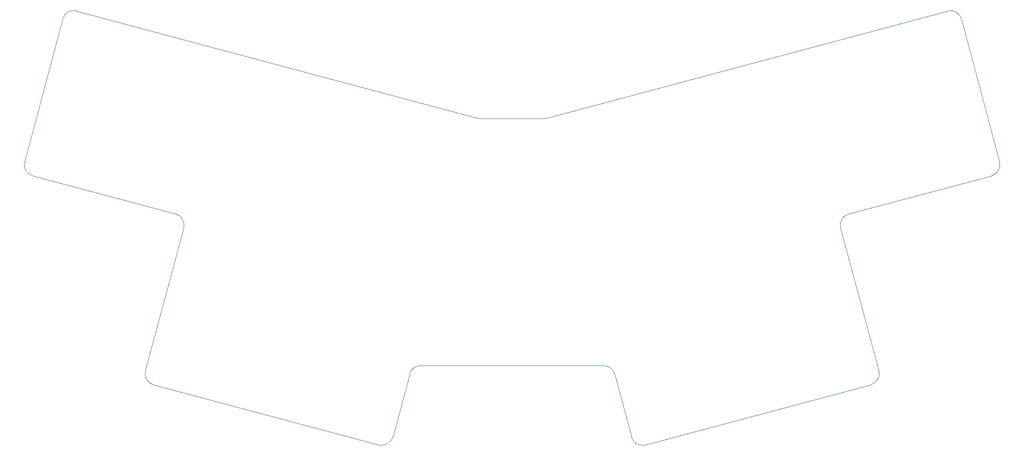
<source format=gbr>
%TF.GenerationSoftware,KiCad,Pcbnew,7.0.8*%
%TF.CreationDate,2024-02-21T20:33:02-06:00*%
%TF.ProjectId,rattlemebones32,72617474-6c65-46d6-9562-6f6e65733332,rev?*%
%TF.SameCoordinates,Original*%
%TF.FileFunction,Profile,NP*%
%FSLAX46Y46*%
G04 Gerber Fmt 4.6, Leading zero omitted, Abs format (unit mm)*
G04 Created by KiCad (PCBNEW 7.0.8) date 2024-02-21 20:33:02*
%MOMM*%
%LPD*%
G01*
G04 APERTURE LIST*
%TA.AperFunction,Profile*%
%ADD10C,0.050000*%
%TD*%
G04 APERTURE END LIST*
D10*
X39675062Y-75549379D02*
G75*
G03*
X41089279Y-77998869I1931852J-517637D01*
G01*
X67617558Y-87177651D02*
G75*
G03*
X66203346Y-84728164I-1931823J517653D01*
G01*
X60888267Y-112291725D02*
G75*
G03*
X62302477Y-114741213I1931849J-517639D01*
G01*
X101905438Y-125352796D02*
G75*
G03*
X104354929Y-123938582I517612J1931899D01*
G01*
X109254227Y-111381549D02*
G75*
G03*
X107322380Y-112863907I-16J-1999975D01*
G01*
X143274744Y-112863909D02*
G75*
G03*
X141342892Y-111381545I-1931815J-517588D01*
G01*
X146242193Y-123938580D02*
G75*
G03*
X148691681Y-125352795I1931867J517663D01*
G01*
X188294641Y-114741216D02*
G75*
G03*
X189708855Y-112291724I-517593J1931827D01*
G01*
X184393772Y-84728163D02*
G75*
G03*
X182979560Y-87177655I517655J-1931861D01*
G01*
X209507841Y-77998867D02*
G75*
G03*
X210922056Y-75549379I-517616J1931840D01*
G01*
X204192762Y-50435306D02*
G75*
G03*
X201743272Y-49021093I-1931827J-517596D01*
G01*
X130967382Y-67914884D02*
G75*
G03*
X131485020Y-67846735I-15J2000080D01*
G01*
X119112097Y-67846735D02*
G75*
G03*
X119629736Y-67914884I517649J1931926D01*
G01*
X48853846Y-49021094D02*
G75*
G03*
X46404356Y-50435308I-517640J-1931849D01*
G01*
X66203346Y-84728163D02*
X41089279Y-77998869D01*
X60888263Y-112291724D02*
X67617561Y-87177655D01*
X101905438Y-125352795D02*
X62302477Y-114741214D01*
X107322379Y-112863907D02*
X104354930Y-123938582D01*
X141342892Y-111381545D02*
X109254227Y-111381546D01*
X146242191Y-123938581D02*
X143274744Y-112863909D01*
X188294641Y-114741216D02*
X148691681Y-125352796D01*
X182979559Y-87177655D02*
X189708856Y-112291724D01*
X209507842Y-77998869D02*
X184393772Y-84728163D01*
X204192762Y-50435306D02*
X210922057Y-75549379D01*
X131485020Y-67846735D02*
X201743272Y-49021093D01*
X119629736Y-67914884D02*
X130967382Y-67914885D01*
X48853846Y-49021093D02*
X119112097Y-67846736D01*
X39675060Y-75549378D02*
X46404355Y-50435308D01*
M02*

</source>
